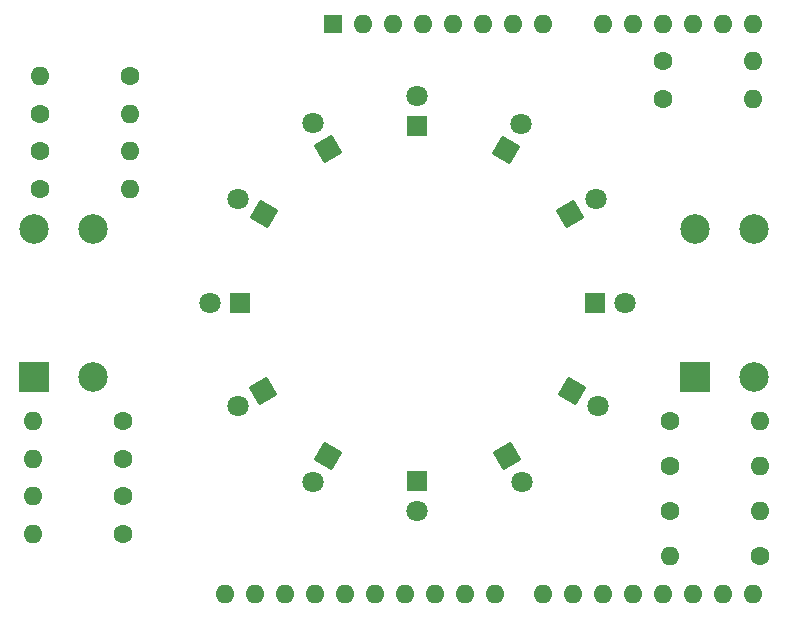
<source format=gbr>
%TF.GenerationSoftware,KiCad,Pcbnew,(6.0.7)*%
%TF.CreationDate,2022-08-22T17:26:44+09:00*%
%TF.ProjectId,LedRouletteShield,4c656452-6f75-46c6-9574-746553686965,rev?*%
%TF.SameCoordinates,Original*%
%TF.FileFunction,Soldermask,Bot*%
%TF.FilePolarity,Negative*%
%FSLAX46Y46*%
G04 Gerber Fmt 4.6, Leading zero omitted, Abs format (unit mm)*
G04 Created by KiCad (PCBNEW (6.0.7)) date 2022-08-22 17:26:44*
%MOMM*%
%LPD*%
G01*
G04 APERTURE LIST*
G04 Aperture macros list*
%AMRotRect*
0 Rectangle, with rotation*
0 The origin of the aperture is its center*
0 $1 length*
0 $2 width*
0 $3 Rotation angle, in degrees counterclockwise*
0 Add horizontal line*
21,1,$1,$2,0,0,$3*%
G04 Aperture macros list end*
%ADD10R,1.600000X1.600000*%
%ADD11O,1.600000X1.600000*%
%ADD12C,1.600000*%
%ADD13RotRect,1.800000X1.800000X150.000000*%
%ADD14C,1.800000*%
%ADD15R,2.500000X2.500000*%
%ADD16C,2.500000*%
%ADD17R,1.800000X1.800000*%
%ADD18RotRect,1.800000X1.800000X330.000000*%
%ADD19RotRect,1.800000X1.800000X240.000000*%
%ADD20RotRect,1.800000X1.800000X210.000000*%
%ADD21RotRect,1.800000X1.800000X60.000000*%
%ADD22RotRect,1.800000X1.800000X30.000000*%
%ADD23RotRect,1.800000X1.800000X300.000000*%
%ADD24RotRect,1.800000X1.800000X120.000000*%
G04 APERTURE END LIST*
D10*
%TO.C,A1*%
X170815000Y-32385000D03*
D11*
X173355000Y-32385000D03*
X175895000Y-32385000D03*
X178435000Y-32385000D03*
X180975000Y-32385000D03*
X183515000Y-32385000D03*
X186055000Y-32385000D03*
X188595000Y-32385000D03*
X193675000Y-32385000D03*
X196215000Y-32385000D03*
X198755000Y-32385000D03*
X201295000Y-32385000D03*
X203835000Y-32385000D03*
X206375000Y-32385000D03*
X206375000Y-80645000D03*
X203835000Y-80645000D03*
X201295000Y-80645000D03*
X198755000Y-80645000D03*
X196215000Y-80645000D03*
X193675000Y-80645000D03*
X191135000Y-80645000D03*
X188595000Y-80645000D03*
X184535000Y-80645000D03*
X181995000Y-80645000D03*
X179455000Y-80645000D03*
X176915000Y-80645000D03*
X174375000Y-80645000D03*
X171835000Y-80645000D03*
X169295000Y-80645000D03*
X166755000Y-80645000D03*
X164215000Y-80645000D03*
X161675000Y-80645000D03*
%TD*%
D12*
%TO.C,R9*%
X153035000Y-72390000D03*
D11*
X145415000Y-72390000D03*
%TD*%
D13*
%TO.C,D10*%
X165020000Y-48450000D03*
D14*
X162820295Y-47180000D03*
%TD*%
D15*
%TO.C,S2*%
X201500000Y-62250000D03*
D16*
X206500000Y-62250000D03*
X201500000Y-49750000D03*
X206500000Y-49750000D03*
%TD*%
D12*
%TO.C,R4*%
X153035000Y-75565000D03*
D11*
X145415000Y-75565000D03*
%TD*%
D12*
%TO.C,R7*%
X199390000Y-66040000D03*
D11*
X207010000Y-66040000D03*
%TD*%
D12*
%TO.C,R11*%
X198755000Y-38735000D03*
D11*
X206375000Y-38735000D03*
%TD*%
D17*
%TO.C,D12*%
X178000000Y-41000000D03*
D14*
X178000000Y-38460000D03*
%TD*%
D12*
%TO.C,R1*%
X153035000Y-66040000D03*
D11*
X145415000Y-66040000D03*
%TD*%
D15*
%TO.C,S1*%
X145500000Y-62250000D03*
D16*
X150500000Y-62250000D03*
X145500000Y-49750000D03*
X150500000Y-49750000D03*
%TD*%
D18*
%TO.C,D4*%
X191050000Y-63480000D03*
D14*
X193249705Y-64750000D03*
%TD*%
D19*
%TO.C,D7*%
X170390000Y-69000000D03*
D14*
X169120000Y-71199705D03*
%TD*%
D12*
%TO.C,R10*%
X153035000Y-69215000D03*
D11*
X145415000Y-69215000D03*
%TD*%
D20*
%TO.C,D8*%
X164970000Y-63500000D03*
D14*
X162770295Y-64770000D03*
%TD*%
D21*
%TO.C,D1*%
X185500000Y-43030000D03*
D14*
X186770000Y-40830295D03*
%TD*%
D12*
%TO.C,R5*%
X146050000Y-40005000D03*
D11*
X153670000Y-40005000D03*
%TD*%
D12*
%TO.C,R12*%
X146050000Y-43180000D03*
D11*
X153670000Y-43180000D03*
%TD*%
D22*
%TO.C,D2*%
X190950000Y-48500000D03*
D14*
X193149705Y-47230000D03*
%TD*%
D12*
%TO.C,R6*%
X198755000Y-35560000D03*
D11*
X206375000Y-35560000D03*
%TD*%
D17*
%TO.C,D6*%
X177980000Y-71070000D03*
D14*
X177980000Y-73610000D03*
%TD*%
D12*
%TO.C,R13*%
X153670000Y-36830000D03*
D11*
X146050000Y-36830000D03*
%TD*%
D17*
%TO.C,D9*%
X162965000Y-56020000D03*
D14*
X160425000Y-56020000D03*
%TD*%
D12*
%TO.C,R14*%
X146050000Y-46355000D03*
D11*
X153670000Y-46355000D03*
%TD*%
D23*
%TO.C,D5*%
X185580000Y-68980000D03*
D14*
X186850000Y-71179705D03*
%TD*%
D12*
%TO.C,R3*%
X207010000Y-77470000D03*
D11*
X199390000Y-77470000D03*
%TD*%
D12*
%TO.C,R2*%
X199390000Y-69850000D03*
D11*
X207010000Y-69850000D03*
%TD*%
D12*
%TO.C,R8*%
X199390000Y-73660000D03*
D11*
X207010000Y-73660000D03*
%TD*%
D24*
%TO.C,D11*%
X170450000Y-42980000D03*
D14*
X169180000Y-40780295D03*
%TD*%
D17*
%TO.C,D3*%
X193010000Y-56040000D03*
D14*
X195550000Y-56040000D03*
%TD*%
M02*

</source>
